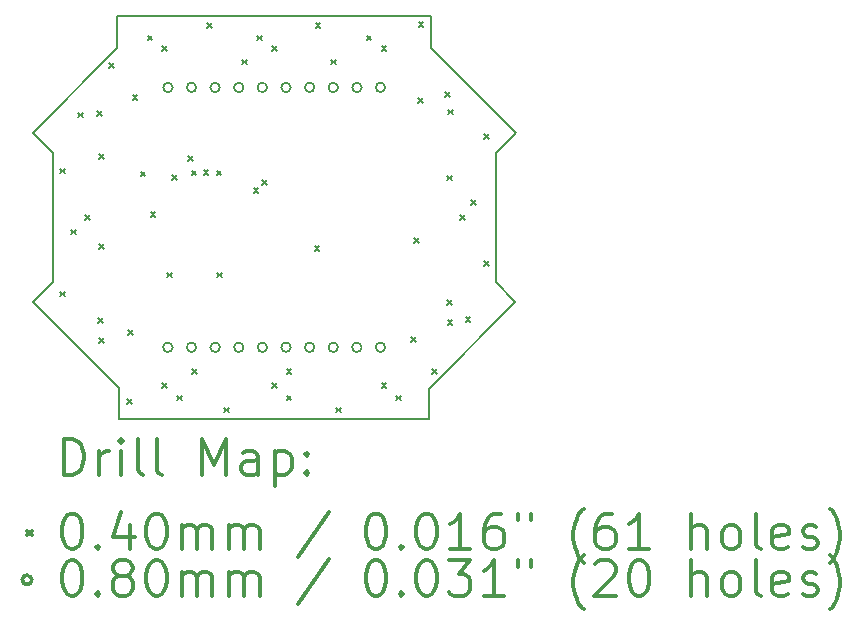
<source format=gbr>
%FSLAX45Y45*%
G04 Gerber Fmt 4.5, Leading zero omitted, Abs format (unit mm)*
G04 Created by KiCad (PCBNEW 4.0.7-e2-6376~58~ubuntu16.04.1) date Thu Aug  2 08:31:03 2018*
%MOMM*%
%LPD*%
G01*
G04 APERTURE LIST*
%ADD10C,0.127000*%
%ADD11C,0.150000*%
%ADD12C,0.200000*%
%ADD13C,0.300000*%
G04 APERTURE END LIST*
D10*
D11*
X12584000Y-11146000D02*
X12575000Y-11137000D01*
X12584000Y-11405000D02*
X12584000Y-11146000D01*
X11855000Y-10417000D02*
X12575000Y-11137000D01*
X11855000Y-10417000D02*
X12024000Y-10248000D01*
X15212000Y-11405000D02*
X12584000Y-11405000D01*
X15212000Y-11150000D02*
X15212000Y-11405000D01*
X15942000Y-10420000D02*
X15212000Y-11150000D01*
X15942000Y-10416000D02*
X15942000Y-10420000D01*
X15777000Y-10251000D02*
X15942000Y-10416000D01*
X15777000Y-9152000D02*
X15777000Y-10251000D01*
X15945000Y-8984000D02*
X15777000Y-9152000D01*
X15225000Y-8264000D02*
X15945000Y-8984000D01*
X15225000Y-7994000D02*
X15225000Y-8264000D01*
X12573000Y-7994000D02*
X15225000Y-7994000D01*
X12573000Y-8270000D02*
X12573000Y-7994000D01*
X11858000Y-8985000D02*
X12573000Y-8270000D01*
X12024000Y-9151000D02*
X11858000Y-8985000D01*
X12024000Y-10248000D02*
X12024000Y-9151000D01*
D12*
X12085000Y-9288000D02*
X12125000Y-9328000D01*
X12125000Y-9288000D02*
X12085000Y-9328000D01*
X12085000Y-10328000D02*
X12125000Y-10368000D01*
X12125000Y-10328000D02*
X12085000Y-10368000D01*
X12183000Y-9805000D02*
X12223000Y-9845000D01*
X12223000Y-9805000D02*
X12183000Y-9845000D01*
X12240000Y-8814000D02*
X12280000Y-8854000D01*
X12280000Y-8814000D02*
X12240000Y-8854000D01*
X12297000Y-9680000D02*
X12337000Y-9720000D01*
X12337000Y-9680000D02*
X12297000Y-9720000D01*
X12402000Y-8799000D02*
X12442000Y-8839000D01*
X12442000Y-8799000D02*
X12402000Y-8839000D01*
X12407000Y-10556000D02*
X12447000Y-10596000D01*
X12447000Y-10556000D02*
X12407000Y-10596000D01*
X12416000Y-9167000D02*
X12456000Y-9207000D01*
X12456000Y-9167000D02*
X12416000Y-9207000D01*
X12417000Y-9929000D02*
X12457000Y-9969000D01*
X12457000Y-9929000D02*
X12417000Y-9969000D01*
X12417000Y-10724000D02*
X12457000Y-10764000D01*
X12457000Y-10724000D02*
X12417000Y-10764000D01*
X12504000Y-8396000D02*
X12544000Y-8436000D01*
X12544000Y-8396000D02*
X12504000Y-8436000D01*
X12652500Y-11237500D02*
X12692500Y-11277500D01*
X12692500Y-11237500D02*
X12652500Y-11277500D01*
X12661000Y-10656000D02*
X12701000Y-10696000D01*
X12701000Y-10656000D02*
X12661000Y-10696000D01*
X12702000Y-8665000D02*
X12742000Y-8705000D01*
X12742000Y-8665000D02*
X12702000Y-8705000D01*
X12769000Y-9313000D02*
X12809000Y-9353000D01*
X12809000Y-9313000D02*
X12769000Y-9353000D01*
X12828000Y-8161000D02*
X12868000Y-8201000D01*
X12868000Y-8161000D02*
X12828000Y-8201000D01*
X12855000Y-9657500D02*
X12895000Y-9697500D01*
X12895000Y-9657500D02*
X12855000Y-9697500D01*
X12953000Y-8248000D02*
X12993000Y-8288000D01*
X12993000Y-8248000D02*
X12953000Y-8288000D01*
X12954000Y-11102000D02*
X12994000Y-11142000D01*
X12994000Y-11102000D02*
X12954000Y-11142000D01*
X12995000Y-10168000D02*
X13035000Y-10208000D01*
X13035000Y-10168000D02*
X12995000Y-10208000D01*
X13037000Y-9343000D02*
X13077000Y-9383000D01*
X13077000Y-9343000D02*
X13037000Y-9383000D01*
X13078000Y-11209000D02*
X13118000Y-11249000D01*
X13118000Y-11209000D02*
X13078000Y-11249000D01*
X13169000Y-9181000D02*
X13209000Y-9221000D01*
X13209000Y-9181000D02*
X13169000Y-9221000D01*
X13202000Y-9304000D02*
X13242000Y-9344000D01*
X13242000Y-9304000D02*
X13202000Y-9344000D01*
X13203000Y-10982000D02*
X13243000Y-11022000D01*
X13243000Y-10982000D02*
X13203000Y-11022000D01*
X13302500Y-9300000D02*
X13342500Y-9340000D01*
X13342500Y-9300000D02*
X13302500Y-9340000D01*
X13330000Y-8055000D02*
X13370000Y-8095000D01*
X13370000Y-8055000D02*
X13330000Y-8095000D01*
X13413000Y-9304000D02*
X13453000Y-9344000D01*
X13453000Y-9304000D02*
X13413000Y-9344000D01*
X13420000Y-10169000D02*
X13460000Y-10209000D01*
X13460000Y-10169000D02*
X13420000Y-10209000D01*
X13477000Y-11311000D02*
X13517000Y-11351000D01*
X13517000Y-11311000D02*
X13477000Y-11351000D01*
X13631000Y-8364000D02*
X13671000Y-8404000D01*
X13671000Y-8364000D02*
X13631000Y-8404000D01*
X13727000Y-9450000D02*
X13767000Y-9490000D01*
X13767000Y-9450000D02*
X13727000Y-9490000D01*
X13756000Y-8161000D02*
X13796000Y-8201000D01*
X13796000Y-8161000D02*
X13756000Y-8201000D01*
X13795000Y-9386000D02*
X13835000Y-9426000D01*
X13835000Y-9386000D02*
X13795000Y-9426000D01*
X13881000Y-8248000D02*
X13921000Y-8288000D01*
X13921000Y-8248000D02*
X13881000Y-8288000D01*
X13881000Y-11102000D02*
X13921000Y-11142000D01*
X13921000Y-11102000D02*
X13881000Y-11142000D01*
X14006000Y-10983000D02*
X14046000Y-11023000D01*
X14046000Y-10983000D02*
X14006000Y-11023000D01*
X14006000Y-11209000D02*
X14046000Y-11249000D01*
X14046000Y-11209000D02*
X14006000Y-11249000D01*
X14242500Y-9942500D02*
X14282500Y-9982500D01*
X14282500Y-9942500D02*
X14242500Y-9982500D01*
X14252000Y-8055000D02*
X14292000Y-8095000D01*
X14292000Y-8055000D02*
X14252000Y-8095000D01*
X14380000Y-8364000D02*
X14420000Y-8404000D01*
X14420000Y-8364000D02*
X14380000Y-8404000D01*
X14425000Y-11311000D02*
X14465000Y-11351000D01*
X14465000Y-11311000D02*
X14425000Y-11351000D01*
X14683000Y-8161000D02*
X14723000Y-8201000D01*
X14723000Y-8161000D02*
X14683000Y-8201000D01*
X14809000Y-8248000D02*
X14849000Y-8288000D01*
X14849000Y-8248000D02*
X14809000Y-8288000D01*
X14809000Y-11101000D02*
X14849000Y-11141000D01*
X14849000Y-11101000D02*
X14809000Y-11141000D01*
X14934000Y-11209000D02*
X14974000Y-11249000D01*
X14974000Y-11209000D02*
X14934000Y-11249000D01*
X15057000Y-10715000D02*
X15097000Y-10755000D01*
X15097000Y-10715000D02*
X15057000Y-10755000D01*
X15082000Y-9874000D02*
X15122000Y-9914000D01*
X15122000Y-9874000D02*
X15082000Y-9914000D01*
X15117000Y-8688000D02*
X15157000Y-8728000D01*
X15157000Y-8688000D02*
X15117000Y-8728000D01*
X15122000Y-8044000D02*
X15162000Y-8084000D01*
X15162000Y-8044000D02*
X15122000Y-8084000D01*
X15238000Y-10983000D02*
X15278000Y-11023000D01*
X15278000Y-10983000D02*
X15238000Y-11023000D01*
X15346000Y-8637000D02*
X15386000Y-8677000D01*
X15386000Y-8637000D02*
X15346000Y-8677000D01*
X15362500Y-9347500D02*
X15402500Y-9387500D01*
X15402500Y-9347500D02*
X15362500Y-9387500D01*
X15363000Y-10403000D02*
X15403000Y-10443000D01*
X15403000Y-10403000D02*
X15363000Y-10443000D01*
X15369000Y-10570000D02*
X15409000Y-10610000D01*
X15409000Y-10570000D02*
X15369000Y-10610000D01*
X15372000Y-8787000D02*
X15412000Y-8827000D01*
X15412000Y-8787000D02*
X15372000Y-8827000D01*
X15477000Y-9680000D02*
X15517000Y-9720000D01*
X15517000Y-9680000D02*
X15477000Y-9720000D01*
X15521000Y-10545000D02*
X15561000Y-10585000D01*
X15561000Y-10545000D02*
X15521000Y-10585000D01*
X15570000Y-9555000D02*
X15610000Y-9595000D01*
X15610000Y-9555000D02*
X15570000Y-9595000D01*
X15677000Y-8998000D02*
X15717000Y-9038000D01*
X15717000Y-8998000D02*
X15677000Y-9038000D01*
X15677000Y-10071000D02*
X15717000Y-10111000D01*
X15717000Y-10071000D02*
X15677000Y-10111000D01*
X13040000Y-8600000D02*
G75*
G03X13040000Y-8600000I-40000J0D01*
G01*
X13040000Y-10800000D02*
G75*
G03X13040000Y-10800000I-40000J0D01*
G01*
X13240000Y-8600000D02*
G75*
G03X13240000Y-8600000I-40000J0D01*
G01*
X13240000Y-10800000D02*
G75*
G03X13240000Y-10800000I-40000J0D01*
G01*
X13440000Y-8600000D02*
G75*
G03X13440000Y-8600000I-40000J0D01*
G01*
X13440000Y-10800000D02*
G75*
G03X13440000Y-10800000I-40000J0D01*
G01*
X13640000Y-8600000D02*
G75*
G03X13640000Y-8600000I-40000J0D01*
G01*
X13640000Y-10800000D02*
G75*
G03X13640000Y-10800000I-40000J0D01*
G01*
X13840000Y-8600000D02*
G75*
G03X13840000Y-8600000I-40000J0D01*
G01*
X13840000Y-10800000D02*
G75*
G03X13840000Y-10800000I-40000J0D01*
G01*
X14040000Y-8600000D02*
G75*
G03X14040000Y-8600000I-40000J0D01*
G01*
X14040000Y-10800000D02*
G75*
G03X14040000Y-10800000I-40000J0D01*
G01*
X14240000Y-8600000D02*
G75*
G03X14240000Y-8600000I-40000J0D01*
G01*
X14240000Y-10800000D02*
G75*
G03X14240000Y-10800000I-40000J0D01*
G01*
X14440000Y-8600000D02*
G75*
G03X14440000Y-8600000I-40000J0D01*
G01*
X14440000Y-10800000D02*
G75*
G03X14440000Y-10800000I-40000J0D01*
G01*
X14640000Y-8600000D02*
G75*
G03X14640000Y-8600000I-40000J0D01*
G01*
X14640000Y-10800000D02*
G75*
G03X14640000Y-10800000I-40000J0D01*
G01*
X14840000Y-8600000D02*
G75*
G03X14840000Y-8600000I-40000J0D01*
G01*
X14840000Y-10800000D02*
G75*
G03X14840000Y-10800000I-40000J0D01*
G01*
D13*
X12118928Y-11878214D02*
X12118928Y-11578214D01*
X12190357Y-11578214D01*
X12233214Y-11592500D01*
X12261786Y-11621071D01*
X12276071Y-11649643D01*
X12290357Y-11706786D01*
X12290357Y-11749643D01*
X12276071Y-11806786D01*
X12261786Y-11835357D01*
X12233214Y-11863929D01*
X12190357Y-11878214D01*
X12118928Y-11878214D01*
X12418928Y-11878214D02*
X12418928Y-11678214D01*
X12418928Y-11735357D02*
X12433214Y-11706786D01*
X12447500Y-11692500D01*
X12476071Y-11678214D01*
X12504643Y-11678214D01*
X12604643Y-11878214D02*
X12604643Y-11678214D01*
X12604643Y-11578214D02*
X12590357Y-11592500D01*
X12604643Y-11606786D01*
X12618928Y-11592500D01*
X12604643Y-11578214D01*
X12604643Y-11606786D01*
X12790357Y-11878214D02*
X12761786Y-11863929D01*
X12747500Y-11835357D01*
X12747500Y-11578214D01*
X12947500Y-11878214D02*
X12918928Y-11863929D01*
X12904643Y-11835357D01*
X12904643Y-11578214D01*
X13290357Y-11878214D02*
X13290357Y-11578214D01*
X13390357Y-11792500D01*
X13490357Y-11578214D01*
X13490357Y-11878214D01*
X13761786Y-11878214D02*
X13761786Y-11721071D01*
X13747500Y-11692500D01*
X13718928Y-11678214D01*
X13661786Y-11678214D01*
X13633214Y-11692500D01*
X13761786Y-11863929D02*
X13733214Y-11878214D01*
X13661786Y-11878214D01*
X13633214Y-11863929D01*
X13618928Y-11835357D01*
X13618928Y-11806786D01*
X13633214Y-11778214D01*
X13661786Y-11763929D01*
X13733214Y-11763929D01*
X13761786Y-11749643D01*
X13904643Y-11678214D02*
X13904643Y-11978214D01*
X13904643Y-11692500D02*
X13933214Y-11678214D01*
X13990357Y-11678214D01*
X14018928Y-11692500D01*
X14033214Y-11706786D01*
X14047500Y-11735357D01*
X14047500Y-11821071D01*
X14033214Y-11849643D01*
X14018928Y-11863929D01*
X13990357Y-11878214D01*
X13933214Y-11878214D01*
X13904643Y-11863929D01*
X14176071Y-11849643D02*
X14190357Y-11863929D01*
X14176071Y-11878214D01*
X14161786Y-11863929D01*
X14176071Y-11849643D01*
X14176071Y-11878214D01*
X14176071Y-11692500D02*
X14190357Y-11706786D01*
X14176071Y-11721071D01*
X14161786Y-11706786D01*
X14176071Y-11692500D01*
X14176071Y-11721071D01*
X11807500Y-12352500D02*
X11847500Y-12392500D01*
X11847500Y-12352500D02*
X11807500Y-12392500D01*
X12176071Y-12208214D02*
X12204643Y-12208214D01*
X12233214Y-12222500D01*
X12247500Y-12236786D01*
X12261786Y-12265357D01*
X12276071Y-12322500D01*
X12276071Y-12393929D01*
X12261786Y-12451071D01*
X12247500Y-12479643D01*
X12233214Y-12493929D01*
X12204643Y-12508214D01*
X12176071Y-12508214D01*
X12147500Y-12493929D01*
X12133214Y-12479643D01*
X12118928Y-12451071D01*
X12104643Y-12393929D01*
X12104643Y-12322500D01*
X12118928Y-12265357D01*
X12133214Y-12236786D01*
X12147500Y-12222500D01*
X12176071Y-12208214D01*
X12404643Y-12479643D02*
X12418928Y-12493929D01*
X12404643Y-12508214D01*
X12390357Y-12493929D01*
X12404643Y-12479643D01*
X12404643Y-12508214D01*
X12676071Y-12308214D02*
X12676071Y-12508214D01*
X12604643Y-12193929D02*
X12533214Y-12408214D01*
X12718928Y-12408214D01*
X12890357Y-12208214D02*
X12918928Y-12208214D01*
X12947500Y-12222500D01*
X12961786Y-12236786D01*
X12976071Y-12265357D01*
X12990357Y-12322500D01*
X12990357Y-12393929D01*
X12976071Y-12451071D01*
X12961786Y-12479643D01*
X12947500Y-12493929D01*
X12918928Y-12508214D01*
X12890357Y-12508214D01*
X12861786Y-12493929D01*
X12847500Y-12479643D01*
X12833214Y-12451071D01*
X12818928Y-12393929D01*
X12818928Y-12322500D01*
X12833214Y-12265357D01*
X12847500Y-12236786D01*
X12861786Y-12222500D01*
X12890357Y-12208214D01*
X13118928Y-12508214D02*
X13118928Y-12308214D01*
X13118928Y-12336786D02*
X13133214Y-12322500D01*
X13161786Y-12308214D01*
X13204643Y-12308214D01*
X13233214Y-12322500D01*
X13247500Y-12351071D01*
X13247500Y-12508214D01*
X13247500Y-12351071D02*
X13261786Y-12322500D01*
X13290357Y-12308214D01*
X13333214Y-12308214D01*
X13361786Y-12322500D01*
X13376071Y-12351071D01*
X13376071Y-12508214D01*
X13518928Y-12508214D02*
X13518928Y-12308214D01*
X13518928Y-12336786D02*
X13533214Y-12322500D01*
X13561786Y-12308214D01*
X13604643Y-12308214D01*
X13633214Y-12322500D01*
X13647500Y-12351071D01*
X13647500Y-12508214D01*
X13647500Y-12351071D02*
X13661786Y-12322500D01*
X13690357Y-12308214D01*
X13733214Y-12308214D01*
X13761786Y-12322500D01*
X13776071Y-12351071D01*
X13776071Y-12508214D01*
X14361786Y-12193929D02*
X14104643Y-12579643D01*
X14747500Y-12208214D02*
X14776071Y-12208214D01*
X14804643Y-12222500D01*
X14818928Y-12236786D01*
X14833214Y-12265357D01*
X14847500Y-12322500D01*
X14847500Y-12393929D01*
X14833214Y-12451071D01*
X14818928Y-12479643D01*
X14804643Y-12493929D01*
X14776071Y-12508214D01*
X14747500Y-12508214D01*
X14718928Y-12493929D01*
X14704643Y-12479643D01*
X14690357Y-12451071D01*
X14676071Y-12393929D01*
X14676071Y-12322500D01*
X14690357Y-12265357D01*
X14704643Y-12236786D01*
X14718928Y-12222500D01*
X14747500Y-12208214D01*
X14976071Y-12479643D02*
X14990357Y-12493929D01*
X14976071Y-12508214D01*
X14961786Y-12493929D01*
X14976071Y-12479643D01*
X14976071Y-12508214D01*
X15176071Y-12208214D02*
X15204643Y-12208214D01*
X15233214Y-12222500D01*
X15247500Y-12236786D01*
X15261785Y-12265357D01*
X15276071Y-12322500D01*
X15276071Y-12393929D01*
X15261785Y-12451071D01*
X15247500Y-12479643D01*
X15233214Y-12493929D01*
X15204643Y-12508214D01*
X15176071Y-12508214D01*
X15147500Y-12493929D01*
X15133214Y-12479643D01*
X15118928Y-12451071D01*
X15104643Y-12393929D01*
X15104643Y-12322500D01*
X15118928Y-12265357D01*
X15133214Y-12236786D01*
X15147500Y-12222500D01*
X15176071Y-12208214D01*
X15561785Y-12508214D02*
X15390357Y-12508214D01*
X15476071Y-12508214D02*
X15476071Y-12208214D01*
X15447500Y-12251071D01*
X15418928Y-12279643D01*
X15390357Y-12293929D01*
X15818928Y-12208214D02*
X15761785Y-12208214D01*
X15733214Y-12222500D01*
X15718928Y-12236786D01*
X15690357Y-12279643D01*
X15676071Y-12336786D01*
X15676071Y-12451071D01*
X15690357Y-12479643D01*
X15704643Y-12493929D01*
X15733214Y-12508214D01*
X15790357Y-12508214D01*
X15818928Y-12493929D01*
X15833214Y-12479643D01*
X15847500Y-12451071D01*
X15847500Y-12379643D01*
X15833214Y-12351071D01*
X15818928Y-12336786D01*
X15790357Y-12322500D01*
X15733214Y-12322500D01*
X15704643Y-12336786D01*
X15690357Y-12351071D01*
X15676071Y-12379643D01*
X15961786Y-12208214D02*
X15961786Y-12265357D01*
X16076071Y-12208214D02*
X16076071Y-12265357D01*
X16518928Y-12622500D02*
X16504643Y-12608214D01*
X16476071Y-12565357D01*
X16461785Y-12536786D01*
X16447500Y-12493929D01*
X16433214Y-12422500D01*
X16433214Y-12365357D01*
X16447500Y-12293929D01*
X16461785Y-12251071D01*
X16476071Y-12222500D01*
X16504643Y-12179643D01*
X16518928Y-12165357D01*
X16761785Y-12208214D02*
X16704643Y-12208214D01*
X16676071Y-12222500D01*
X16661785Y-12236786D01*
X16633214Y-12279643D01*
X16618928Y-12336786D01*
X16618928Y-12451071D01*
X16633214Y-12479643D01*
X16647500Y-12493929D01*
X16676071Y-12508214D01*
X16733214Y-12508214D01*
X16761785Y-12493929D01*
X16776071Y-12479643D01*
X16790357Y-12451071D01*
X16790357Y-12379643D01*
X16776071Y-12351071D01*
X16761785Y-12336786D01*
X16733214Y-12322500D01*
X16676071Y-12322500D01*
X16647500Y-12336786D01*
X16633214Y-12351071D01*
X16618928Y-12379643D01*
X17076071Y-12508214D02*
X16904643Y-12508214D01*
X16990357Y-12508214D02*
X16990357Y-12208214D01*
X16961786Y-12251071D01*
X16933214Y-12279643D01*
X16904643Y-12293929D01*
X17433214Y-12508214D02*
X17433214Y-12208214D01*
X17561786Y-12508214D02*
X17561786Y-12351071D01*
X17547500Y-12322500D01*
X17518928Y-12308214D01*
X17476071Y-12308214D01*
X17447500Y-12322500D01*
X17433214Y-12336786D01*
X17747500Y-12508214D02*
X17718928Y-12493929D01*
X17704643Y-12479643D01*
X17690357Y-12451071D01*
X17690357Y-12365357D01*
X17704643Y-12336786D01*
X17718928Y-12322500D01*
X17747500Y-12308214D01*
X17790357Y-12308214D01*
X17818928Y-12322500D01*
X17833214Y-12336786D01*
X17847500Y-12365357D01*
X17847500Y-12451071D01*
X17833214Y-12479643D01*
X17818928Y-12493929D01*
X17790357Y-12508214D01*
X17747500Y-12508214D01*
X18018928Y-12508214D02*
X17990357Y-12493929D01*
X17976071Y-12465357D01*
X17976071Y-12208214D01*
X18247500Y-12493929D02*
X18218929Y-12508214D01*
X18161786Y-12508214D01*
X18133214Y-12493929D01*
X18118929Y-12465357D01*
X18118929Y-12351071D01*
X18133214Y-12322500D01*
X18161786Y-12308214D01*
X18218929Y-12308214D01*
X18247500Y-12322500D01*
X18261786Y-12351071D01*
X18261786Y-12379643D01*
X18118929Y-12408214D01*
X18376071Y-12493929D02*
X18404643Y-12508214D01*
X18461786Y-12508214D01*
X18490357Y-12493929D01*
X18504643Y-12465357D01*
X18504643Y-12451071D01*
X18490357Y-12422500D01*
X18461786Y-12408214D01*
X18418929Y-12408214D01*
X18390357Y-12393929D01*
X18376071Y-12365357D01*
X18376071Y-12351071D01*
X18390357Y-12322500D01*
X18418929Y-12308214D01*
X18461786Y-12308214D01*
X18490357Y-12322500D01*
X18604643Y-12622500D02*
X18618929Y-12608214D01*
X18647500Y-12565357D01*
X18661786Y-12536786D01*
X18676071Y-12493929D01*
X18690357Y-12422500D01*
X18690357Y-12365357D01*
X18676071Y-12293929D01*
X18661786Y-12251071D01*
X18647500Y-12222500D01*
X18618929Y-12179643D01*
X18604643Y-12165357D01*
X11847500Y-12768500D02*
G75*
G03X11847500Y-12768500I-40000J0D01*
G01*
X12176071Y-12604214D02*
X12204643Y-12604214D01*
X12233214Y-12618500D01*
X12247500Y-12632786D01*
X12261786Y-12661357D01*
X12276071Y-12718500D01*
X12276071Y-12789929D01*
X12261786Y-12847071D01*
X12247500Y-12875643D01*
X12233214Y-12889929D01*
X12204643Y-12904214D01*
X12176071Y-12904214D01*
X12147500Y-12889929D01*
X12133214Y-12875643D01*
X12118928Y-12847071D01*
X12104643Y-12789929D01*
X12104643Y-12718500D01*
X12118928Y-12661357D01*
X12133214Y-12632786D01*
X12147500Y-12618500D01*
X12176071Y-12604214D01*
X12404643Y-12875643D02*
X12418928Y-12889929D01*
X12404643Y-12904214D01*
X12390357Y-12889929D01*
X12404643Y-12875643D01*
X12404643Y-12904214D01*
X12590357Y-12732786D02*
X12561786Y-12718500D01*
X12547500Y-12704214D01*
X12533214Y-12675643D01*
X12533214Y-12661357D01*
X12547500Y-12632786D01*
X12561786Y-12618500D01*
X12590357Y-12604214D01*
X12647500Y-12604214D01*
X12676071Y-12618500D01*
X12690357Y-12632786D01*
X12704643Y-12661357D01*
X12704643Y-12675643D01*
X12690357Y-12704214D01*
X12676071Y-12718500D01*
X12647500Y-12732786D01*
X12590357Y-12732786D01*
X12561786Y-12747071D01*
X12547500Y-12761357D01*
X12533214Y-12789929D01*
X12533214Y-12847071D01*
X12547500Y-12875643D01*
X12561786Y-12889929D01*
X12590357Y-12904214D01*
X12647500Y-12904214D01*
X12676071Y-12889929D01*
X12690357Y-12875643D01*
X12704643Y-12847071D01*
X12704643Y-12789929D01*
X12690357Y-12761357D01*
X12676071Y-12747071D01*
X12647500Y-12732786D01*
X12890357Y-12604214D02*
X12918928Y-12604214D01*
X12947500Y-12618500D01*
X12961786Y-12632786D01*
X12976071Y-12661357D01*
X12990357Y-12718500D01*
X12990357Y-12789929D01*
X12976071Y-12847071D01*
X12961786Y-12875643D01*
X12947500Y-12889929D01*
X12918928Y-12904214D01*
X12890357Y-12904214D01*
X12861786Y-12889929D01*
X12847500Y-12875643D01*
X12833214Y-12847071D01*
X12818928Y-12789929D01*
X12818928Y-12718500D01*
X12833214Y-12661357D01*
X12847500Y-12632786D01*
X12861786Y-12618500D01*
X12890357Y-12604214D01*
X13118928Y-12904214D02*
X13118928Y-12704214D01*
X13118928Y-12732786D02*
X13133214Y-12718500D01*
X13161786Y-12704214D01*
X13204643Y-12704214D01*
X13233214Y-12718500D01*
X13247500Y-12747071D01*
X13247500Y-12904214D01*
X13247500Y-12747071D02*
X13261786Y-12718500D01*
X13290357Y-12704214D01*
X13333214Y-12704214D01*
X13361786Y-12718500D01*
X13376071Y-12747071D01*
X13376071Y-12904214D01*
X13518928Y-12904214D02*
X13518928Y-12704214D01*
X13518928Y-12732786D02*
X13533214Y-12718500D01*
X13561786Y-12704214D01*
X13604643Y-12704214D01*
X13633214Y-12718500D01*
X13647500Y-12747071D01*
X13647500Y-12904214D01*
X13647500Y-12747071D02*
X13661786Y-12718500D01*
X13690357Y-12704214D01*
X13733214Y-12704214D01*
X13761786Y-12718500D01*
X13776071Y-12747071D01*
X13776071Y-12904214D01*
X14361786Y-12589929D02*
X14104643Y-12975643D01*
X14747500Y-12604214D02*
X14776071Y-12604214D01*
X14804643Y-12618500D01*
X14818928Y-12632786D01*
X14833214Y-12661357D01*
X14847500Y-12718500D01*
X14847500Y-12789929D01*
X14833214Y-12847071D01*
X14818928Y-12875643D01*
X14804643Y-12889929D01*
X14776071Y-12904214D01*
X14747500Y-12904214D01*
X14718928Y-12889929D01*
X14704643Y-12875643D01*
X14690357Y-12847071D01*
X14676071Y-12789929D01*
X14676071Y-12718500D01*
X14690357Y-12661357D01*
X14704643Y-12632786D01*
X14718928Y-12618500D01*
X14747500Y-12604214D01*
X14976071Y-12875643D02*
X14990357Y-12889929D01*
X14976071Y-12904214D01*
X14961786Y-12889929D01*
X14976071Y-12875643D01*
X14976071Y-12904214D01*
X15176071Y-12604214D02*
X15204643Y-12604214D01*
X15233214Y-12618500D01*
X15247500Y-12632786D01*
X15261785Y-12661357D01*
X15276071Y-12718500D01*
X15276071Y-12789929D01*
X15261785Y-12847071D01*
X15247500Y-12875643D01*
X15233214Y-12889929D01*
X15204643Y-12904214D01*
X15176071Y-12904214D01*
X15147500Y-12889929D01*
X15133214Y-12875643D01*
X15118928Y-12847071D01*
X15104643Y-12789929D01*
X15104643Y-12718500D01*
X15118928Y-12661357D01*
X15133214Y-12632786D01*
X15147500Y-12618500D01*
X15176071Y-12604214D01*
X15376071Y-12604214D02*
X15561785Y-12604214D01*
X15461785Y-12718500D01*
X15504643Y-12718500D01*
X15533214Y-12732786D01*
X15547500Y-12747071D01*
X15561785Y-12775643D01*
X15561785Y-12847071D01*
X15547500Y-12875643D01*
X15533214Y-12889929D01*
X15504643Y-12904214D01*
X15418928Y-12904214D01*
X15390357Y-12889929D01*
X15376071Y-12875643D01*
X15847500Y-12904214D02*
X15676071Y-12904214D01*
X15761785Y-12904214D02*
X15761785Y-12604214D01*
X15733214Y-12647071D01*
X15704643Y-12675643D01*
X15676071Y-12689929D01*
X15961786Y-12604214D02*
X15961786Y-12661357D01*
X16076071Y-12604214D02*
X16076071Y-12661357D01*
X16518928Y-13018500D02*
X16504643Y-13004214D01*
X16476071Y-12961357D01*
X16461785Y-12932786D01*
X16447500Y-12889929D01*
X16433214Y-12818500D01*
X16433214Y-12761357D01*
X16447500Y-12689929D01*
X16461785Y-12647071D01*
X16476071Y-12618500D01*
X16504643Y-12575643D01*
X16518928Y-12561357D01*
X16618928Y-12632786D02*
X16633214Y-12618500D01*
X16661785Y-12604214D01*
X16733214Y-12604214D01*
X16761785Y-12618500D01*
X16776071Y-12632786D01*
X16790357Y-12661357D01*
X16790357Y-12689929D01*
X16776071Y-12732786D01*
X16604643Y-12904214D01*
X16790357Y-12904214D01*
X16976071Y-12604214D02*
X17004643Y-12604214D01*
X17033214Y-12618500D01*
X17047500Y-12632786D01*
X17061786Y-12661357D01*
X17076071Y-12718500D01*
X17076071Y-12789929D01*
X17061786Y-12847071D01*
X17047500Y-12875643D01*
X17033214Y-12889929D01*
X17004643Y-12904214D01*
X16976071Y-12904214D01*
X16947500Y-12889929D01*
X16933214Y-12875643D01*
X16918928Y-12847071D01*
X16904643Y-12789929D01*
X16904643Y-12718500D01*
X16918928Y-12661357D01*
X16933214Y-12632786D01*
X16947500Y-12618500D01*
X16976071Y-12604214D01*
X17433214Y-12904214D02*
X17433214Y-12604214D01*
X17561786Y-12904214D02*
X17561786Y-12747071D01*
X17547500Y-12718500D01*
X17518928Y-12704214D01*
X17476071Y-12704214D01*
X17447500Y-12718500D01*
X17433214Y-12732786D01*
X17747500Y-12904214D02*
X17718928Y-12889929D01*
X17704643Y-12875643D01*
X17690357Y-12847071D01*
X17690357Y-12761357D01*
X17704643Y-12732786D01*
X17718928Y-12718500D01*
X17747500Y-12704214D01*
X17790357Y-12704214D01*
X17818928Y-12718500D01*
X17833214Y-12732786D01*
X17847500Y-12761357D01*
X17847500Y-12847071D01*
X17833214Y-12875643D01*
X17818928Y-12889929D01*
X17790357Y-12904214D01*
X17747500Y-12904214D01*
X18018928Y-12904214D02*
X17990357Y-12889929D01*
X17976071Y-12861357D01*
X17976071Y-12604214D01*
X18247500Y-12889929D02*
X18218929Y-12904214D01*
X18161786Y-12904214D01*
X18133214Y-12889929D01*
X18118929Y-12861357D01*
X18118929Y-12747071D01*
X18133214Y-12718500D01*
X18161786Y-12704214D01*
X18218929Y-12704214D01*
X18247500Y-12718500D01*
X18261786Y-12747071D01*
X18261786Y-12775643D01*
X18118929Y-12804214D01*
X18376071Y-12889929D02*
X18404643Y-12904214D01*
X18461786Y-12904214D01*
X18490357Y-12889929D01*
X18504643Y-12861357D01*
X18504643Y-12847071D01*
X18490357Y-12818500D01*
X18461786Y-12804214D01*
X18418929Y-12804214D01*
X18390357Y-12789929D01*
X18376071Y-12761357D01*
X18376071Y-12747071D01*
X18390357Y-12718500D01*
X18418929Y-12704214D01*
X18461786Y-12704214D01*
X18490357Y-12718500D01*
X18604643Y-13018500D02*
X18618929Y-13004214D01*
X18647500Y-12961357D01*
X18661786Y-12932786D01*
X18676071Y-12889929D01*
X18690357Y-12818500D01*
X18690357Y-12761357D01*
X18676071Y-12689929D01*
X18661786Y-12647071D01*
X18647500Y-12618500D01*
X18618929Y-12575643D01*
X18604643Y-12561357D01*
M02*

</source>
